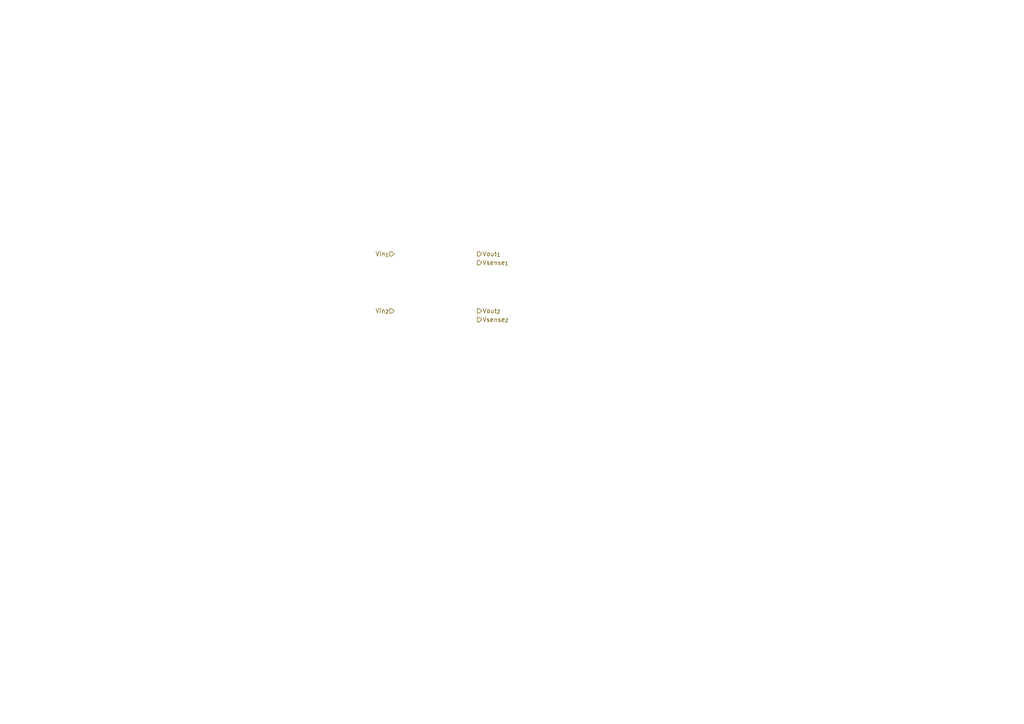
<source format=kicad_sch>
(kicad_sch
	(version 20250114)
	(generator "eeschema")
	(generator_version "9.0")
	(uuid "584e4172-664a-4fdf-bb2d-86a6420669bc")
	(paper "A4")
	(lib_symbols)
	(hierarchical_label "Vout_{2}"
		(shape output)
		(at 138.43 90.17 0)
		(effects
			(font
				(size 1.27 1.27)
			)
			(justify left)
		)
		(uuid "289f8390-e92c-4439-b403-eff244a34689")
	)
	(hierarchical_label "Vin_{1}"
		(shape input)
		(at 114.3 73.66 180)
		(effects
			(font
				(size 1.27 1.27)
			)
			(justify right)
		)
		(uuid "46b0b777-1e95-41e7-b294-82a35f635dc6")
	)
	(hierarchical_label "Vsense_{1}"
		(shape output)
		(at 138.43 76.2 0)
		(effects
			(font
				(size 1.27 1.27)
			)
			(justify left)
		)
		(uuid "81f010da-d5a7-4ca0-b6c2-79b459a36993")
	)
	(hierarchical_label "Vin_{2}"
		(shape input)
		(at 114.3 90.17 180)
		(effects
			(font
				(size 1.27 1.27)
			)
			(justify right)
		)
		(uuid "886a067e-3e64-446a-a92b-849a8ee1169d")
	)
	(hierarchical_label "Vsense_{2}"
		(shape output)
		(at 138.43 92.71 0)
		(effects
			(font
				(size 1.27 1.27)
			)
			(justify left)
		)
		(uuid "9bc1f054-acb6-4879-94fe-d51a54474796")
	)
	(hierarchical_label "Vout_{1}"
		(shape output)
		(at 138.43 73.66 0)
		(effects
			(font
				(size 1.27 1.27)
			)
			(justify left)
		)
		(uuid "e5213808-c2dc-4a17-96c7-c80505ea1fad")
	)
)

</source>
